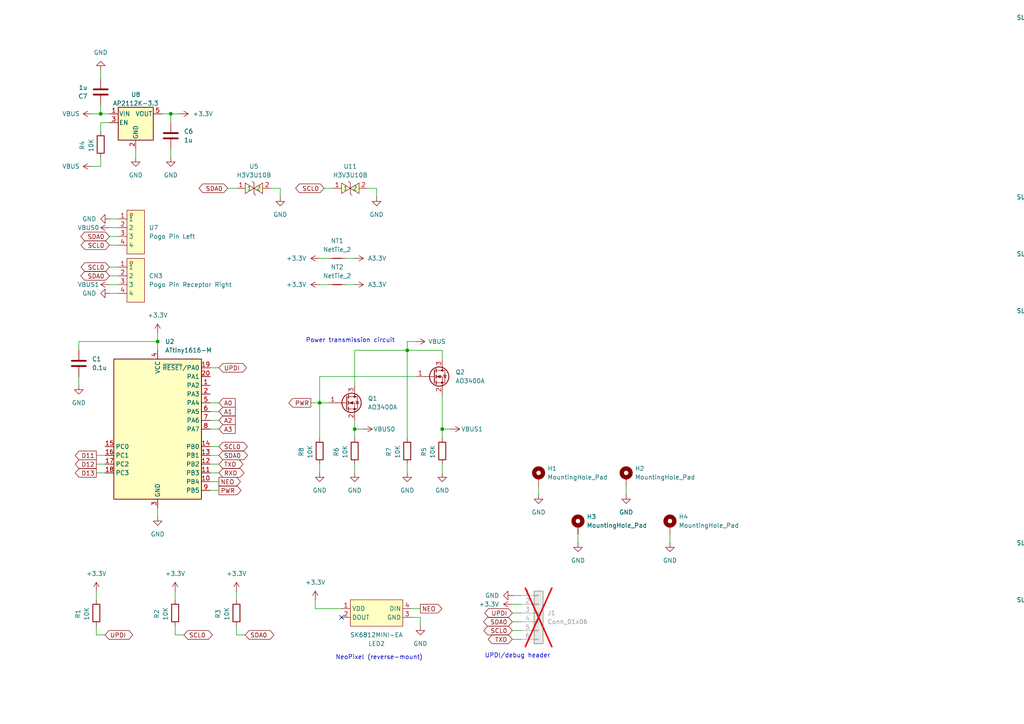
<source format=kicad_sch>
(kicad_sch (version 20250114) (generator "eeschema") (generator_version "9.0")
  (paper "A4")
  (text "Power transmission circuit" (at 101.6 98.806 0) (effects (font (size 1.27 1.27))))
  (text "NeoPixel (reverse-mount)" (at 109.982 190.754 0) (effects (font (size 1.27 1.27))))
  (text "UPDI/debug header\n" (at 150.114 190.246 0) (effects (font (size 1.27 1.27))))
  (junction (at 118.11 101.6))
  (junction (at 337.82 96.52))
  (junction (at 337.82 180.34))
  (junction (at 337.82 257.81))
  (junction (at 337.82 11.43))
  (junction (at 49.53 33.02))
  (junction (at 337.82 93.98))
  (junction (at 337.82 255.27))
  (junction (at 337.82 8.89))
  (junction (at 92.71 116.84))
  (junction (at 337.82 177.8))
  (junction (at 45.72 99.06))
  (junction (at 128.27 124.46))
  (junction (at 102.87 124.46))
  (junction (at 29.21 33.02))
  (no_connect (at 398.78 1.27))
  (no_connect (at 340.36 -6.35))
  (no_connect (at 340.36 247.65))
  (no_connect (at 340.36 162.56))
  (no_connect (at 398.78 170.18))
  (no_connect (at 340.36 170.18))
  (no_connect (at 340.36 86.36))
  (no_connect (at 340.36 1.27))
  (no_connect (at 99.06 179.07))
  (wire (pts (xy 29.21 35.56) (xy 31.75 35.56)))
  (wire (pts (xy 335.28 81.28) (xy 335.28 72.39)))
  (wire (pts (xy 60.96 106.68) (xy 63.5 106.68)))
  (wire (pts (xy 68.58 171.45) (xy 68.58 173.99)))
  (wire (pts (xy 22.86 99.06) (xy 45.72 99.06)))
  (wire (pts (xy 322.58 96.52) (xy 322.58 93.98)))
  (wire (pts (xy 320.04 3.81) (xy 340.36 3.81)))
  (wire (pts (xy 401.32 237.49) (xy 401.32 240.03)))
  (wire (pts (xy 53.34 184.15) (xy 50.8 184.15)))
  (wire (pts (xy 128.27 124.46) (xy 128.27 127)))
  (wire (pts (xy 335.28 233.68) (xy 320.04 233.68)))
  (wire (pts (xy 63.5 129.54) (xy 60.96 129.54)))
  (wire (pts (xy 337.82 245.11) (xy 340.36 245.11)))
  (wire (pts (xy 340.36 91.44) (xy 337.82 91.44)))
  (wire (pts (xy 322.58 77.47) (xy 320.04 77.47)))
  (wire (pts (xy 120.65 109.22) (xy 92.71 109.22)))
  (wire (pts (xy 322.58 219.71) (xy 320.04 219.71)))
  (wire (pts (xy 109.22 57.15) (xy 109.22 54.61)))
  (wire (pts (xy 335.28 -3.81) (xy 335.28 -12.7)))
  (wire (pts (xy 31.75 80.01) (xy 34.29 80.01)))
  (wire (pts (xy 322.58 224.79) (xy 322.58 222.25)))
  (wire (pts (xy 63.5 134.62) (xy 60.96 134.62)))
  (wire (pts (xy 148.59 185.42) (xy 151.13 185.42)))
  (wire (pts (xy 322.58 238.76) (xy 320.04 238.76)))
  (wire (pts (xy 349.25 33.02) (xy 349.25 35.56)))
  (wire (pts (xy 31.75 68.58) (xy 34.29 68.58)))
  (wire (pts (xy 121.92 179.07) (xy 119.38 179.07)))
  (wire (pts (xy 337.82 240.03) (xy 337.82 217.17)))
  (wire (pts (xy 63.5 121.92) (xy 60.96 121.92)))
  (wire (pts (xy 337.82 167.64) (xy 340.36 167.64)))
  (wire (pts (xy 31.75 85.09) (xy 34.29 85.09)))
  (wire (pts (xy 406.4 242.57) (xy 398.78 242.57)))
  (wire (pts (xy 401.32 6.35) (xy 398.78 6.35)))
  (wire (pts (xy 411.48 233.68) (xy 411.48 247.65)))
  (wire (pts (xy 322.58 58.42) (xy 320.04 58.42)))
  (wire (pts (xy 340.36 240.03) (xy 337.82 240.03)))
  (wire (pts (xy 322.58 -10.16) (xy 320.04 -10.16)))
  (wire (pts (xy 102.87 124.46) (xy 102.87 127)))
  (wire (pts (xy 92.71 109.22) (xy 92.71 116.84)))
  (wire (pts (xy 340.36 93.98) (xy 337.82 93.98)))
  (wire (pts (xy 63.5 124.46) (xy 60.96 124.46)))
  (wire (pts (xy 156.21 143.51) (xy 156.21 140.97)))
  (wire (pts (xy 45.72 99.06) (xy 45.72 101.6)))
  (wire (pts (xy 322.58 -5.08) (xy 322.58 -7.62)))
  (wire (pts (xy 421.64 31.75) (xy 421.64 34.29)))
  (wire (pts (xy 349.25 279.4) (xy 349.25 281.94)))
  (wire (pts (xy 91.44 173.99) (xy 91.44 176.53)))
  (wire (pts (xy 337.82 182.88) (xy 337.82 180.34)))
  (wire (pts (xy 406.4 81.28) (xy 398.78 81.28)))
  (wire (pts (xy 421.64 167.64) (xy 424.18 167.64)))
  (wire (pts (xy 401.32 255.27) (xy 398.78 255.27)))
  (wire (pts (xy 337.82 8.89) (xy 337.82 11.43)))
  (wire (pts (xy 424.18 123.19) (xy 406.4 123.19)))
  (wire (pts (xy 68.58 181.61) (xy 68.58 184.15)))
  (wire (pts (xy 421.64 -31.75) (xy 424.18 -31.75)))
  (wire (pts (xy 337.82 6.35) (xy 337.82 8.89)))
  (wire (pts (xy 401.32 78.74) (xy 398.78 78.74)))
  (wire (pts (xy 100.33 74.93) (xy 102.87 74.93)))
  (wire (pts (xy 337.82 78.74) (xy 337.82 55.88)))
  (wire (pts (xy 322.58 158.75) (xy 320.04 158.75)))
  (wire (pts (xy 322.58 93.98) (xy 320.04 93.98)))
  (wire (pts (xy 337.82 260.35) (xy 337.82 257.81)))
  (wire (pts (xy 100.33 82.55) (xy 102.87 82.55)))
  (wire (pts (xy 322.58 60.96) (xy 320.04 60.96)))
  (wire (pts (xy 398.78 3.81) (xy 424.18 3.81)))
  (wire (pts (xy 52.07 33.02) (xy 49.53 33.02)))
  (wire (pts (xy 424.18 -45.72) (xy 406.4 -45.72)))
  (wire (pts (xy 194.31 157.48) (xy 194.31 154.94)))
  (wire (pts (xy 118.11 99.06) (xy 118.11 101.6)))
  (wire (pts (xy 167.64 157.48) (xy 167.64 154.94)))
  (wire (pts (xy 120.65 99.06) (xy 118.11 99.06)))
  (wire (pts (xy 322.58 8.89) (xy 320.04 8.89)))
  (wire (pts (xy 81.28 57.15) (xy 81.28 54.61)))
  (wire (pts (xy 128.27 101.6) (xy 128.27 104.14)))
  (wire (pts (xy 118.11 134.62) (xy 118.11 137.16)))
  (wire (pts (xy 337.82 83.82) (xy 340.36 83.82)))
  (wire (pts (xy 349.25 118.11) (xy 349.25 120.65)))
  (wire (pts (xy 421.64 198.12) (xy 424.18 198.12)))
  (wire (pts (xy 421.64 195.58) (xy 424.18 195.58)))
  (wire (pts (xy 31.75 63.5) (xy 34.29 63.5)))
  (wire (pts (xy 408.94 167.64) (xy 398.78 167.64)))
  (wire (pts (xy 27.94 132.08) (xy 30.48 132.08)))
  (wire (pts (xy 421.64 228.6) (xy 424.18 228.6)))
  (wire (pts (xy 421.64 -50.8) (xy 424.18 -50.8)))
  (wire (pts (xy 148.59 172.72) (xy 151.13 172.72)))
  (wire (pts (xy 401.32 240.03) (xy 398.78 240.03)))
  (wire (pts (xy 340.36 6.35) (xy 337.82 6.35)))
  (wire (pts (xy 92.71 74.93) (xy 95.25 74.93)))
  (wire (pts (xy 398.78 172.72) (xy 424.18 172.72)))
  (wire (pts (xy 340.36 175.26) (xy 337.82 175.26)))
  (wire (pts (xy 337.82 257.81) (xy 340.36 257.81)))
  (wire (pts (xy 49.53 45.72) (xy 49.53 43.18)))
  (wire (pts (xy 337.82 96.52) (xy 340.36 96.52)))
  (wire (pts (xy 322.58 74.93) (xy 320.04 74.93)))
  (wire (pts (xy 92.71 116.84) (xy 92.71 127)))
  (wire (pts (xy 401.32 96.52) (xy 398.78 96.52)))
  (wire (pts (xy 424.18 217.17) (xy 408.94 217.17)))
  (wire (pts (xy 421.64 -3.81) (xy 421.64 -1.27)))
  (wire (pts (xy 401.32 160.02) (xy 401.32 162.56)))
  (wire (pts (xy 337.82 217.17) (xy 320.04 217.17)))
  (wire (pts (xy 421.64 242.57) (xy 421.64 245.11)))
  (wire (pts (xy 322.58 11.43) (xy 322.58 8.89)))
  (wire (pts (xy 421.64 231.14) (xy 424.18 231.14)))
  (wire (pts (xy 408.94 139.7) (xy 408.94 167.64)))
  (wire (pts (xy 102.87 101.6) (xy 118.11 101.6)))
  (wire (pts (xy 320.04 88.9) (xy 340.36 88.9)))
  (wire (pts (xy 349.25 269.24) (xy 349.25 271.78)))
  (wire (pts (xy 92.71 116.84) (xy 95.25 116.84)))
  (wire (pts (xy 31.75 77.47) (xy 34.29 77.47)))
  (wire (pts (xy 109.22 54.61) (xy 106.68 54.61)))
  (wire (pts (xy 421.64 -53.34) (xy 421.64 -50.8)))
  (wire (pts (xy 408.94 83.82) (xy 398.78 83.82)))
  (wire (pts (xy 408.94 -29.21) (xy 408.94 -1.27)))
  (wire (pts (xy 340.36 177.8) (xy 337.82 177.8)))
  (wire (pts (xy 401.32 8.89) (xy 398.78 8.89)))
  (wire (pts (xy 421.64 -48.26) (xy 424.18 -48.26)))
  (wire (pts (xy 322.58 163.83) (xy 322.58 161.29)))
  (wire (pts (xy 401.32 252.73) (xy 398.78 252.73)))
  (wire (pts (xy 29.21 48.26) (xy 29.21 45.72)))
  (wire (pts (xy 421.64 212.09) (xy 424.18 212.09)))
  (wire (pts (xy 335.28 72.39) (xy 320.04 72.39)))
  (wire (pts (xy 411.48 72.39) (xy 411.48 86.36)))
  (wire (pts (xy 322.58 180.34) (xy 322.58 177.8)))
  (wire (pts (xy 322.58 252.73) (xy 320.04 252.73)))
  (wire (pts (xy 421.64 36.83) (xy 424.18 36.83)))
  (wire (pts (xy 349.25 191.77) (xy 349.25 194.31)))
  (wire (pts (xy 406.4 123.19) (xy 406.4 165.1)))
  (wire (pts (xy 148.59 182.88) (xy 151.13 182.88)))
  (wire (pts (xy 337.82 -1.27) (xy 340.36 -1.27)))
  (wire (pts (xy 322.58 177.8) (xy 320.04 177.8)))
  (wire (pts (xy 45.72 96.52) (xy 45.72 99.06)))
  (wire (pts (xy 337.82 11.43) (xy 340.36 11.43)))
  (wire (pts (xy 335.28 -12.7) (xy 320.04 -12.7)))
  (wire (pts (xy 424.18 72.39) (xy 411.48 72.39)))
  (wire (pts (xy 401.32 -8.89) (xy 401.32 -6.35)))
  (wire (pts (xy 27.94 137.16) (xy 30.48 137.16)))
  (wire (pts (xy 401.32 11.43) (xy 398.78 11.43)))
  (wire (pts (xy 421.64 245.11) (xy 424.18 245.11)))
  (wire (pts (xy 421.64 48.26) (xy 421.64 50.8)))
  (wire (pts (xy 424.18 -29.21) (xy 408.94 -29.21)))
  (wire (pts (xy 22.86 99.06) (xy 22.86 101.6)))
  (wire (pts (xy 322.58 91.44) (xy 320.04 91.44)))
  (wire (pts (xy 421.64 115.57) (xy 421.64 118.11)))
  (wire (pts (xy 401.32 177.8) (xy 398.78 177.8)))
  (wire (pts (xy 90.17 116.84) (xy 92.71 116.84)))
  (wire (pts (xy 349.25 22.86) (xy 349.25 25.4)))
  (wire (pts (xy 105.41 124.46) (xy 102.87 124.46)))
  (wire (pts (xy 81.28 54.61) (xy 78.74 54.61)))
  (wire (pts (xy 93.98 54.61) (xy 96.52 54.61)))
  (wire (pts (xy 406.4 -3.81) (xy 398.78 -3.81)))
  (wire (pts (xy 340.36 252.73) (xy 337.82 252.73)))
  (wire (pts (xy 424.18 55.88) (xy 408.94 55.88)))
  (wire (pts (xy 398.78 250.19) (xy 424.18 250.19)))
  (wire (pts (xy 320.04 250.19) (xy 340.36 250.19)))
  (wire (pts (xy 118.11 101.6) (xy 118.11 127)))
  (wire (pts (xy 424.18 139.7) (xy 408.94 139.7)))
  (wire (pts (xy 322.58 241.3) (xy 322.58 238.76)))
  (wire (pts (xy 322.58 63.5) (xy 322.58 60.96)))
  (wire (pts (xy 337.82 55.88) (xy 320.04 55.88)))
  (wire (pts (xy 408.94 55.88) (xy 408.94 83.82)))
  (wire (pts (xy 421.64 -36.83) (xy 421.64 -34.29)))
  (wire (pts (xy 349.25 201.93) (xy 349.25 204.47)))
  (wire (pts (xy 322.58 6.35) (xy 320.04 6.35)))
  (wire (pts (xy 50.8 181.61) (xy 50.8 184.15)))
  (wire (pts (xy 66.04 54.61) (xy 68.58 54.61)))
  (wire (pts (xy 49.53 35.56) (xy 49.53 33.02)))
  (wire (pts (xy 406.4 165.1) (xy 398.78 165.1)))
  (wire (pts (xy 337.82 180.34) (xy 340.36 180.34)))
  (wire (pts (xy 181.61 143.51) (xy 181.61 140.97)))
  (wire (pts (xy 27.94 184.15) (xy 30.48 184.15)))
  (wire (pts (xy 406.4 200.66) (xy 406.4 242.57)))
  (wire (pts (xy 421.64 226.06) (xy 421.64 228.6)))
  (wire (pts (xy 337.82 93.98) (xy 337.82 96.52)))
  (wire (pts (xy 50.8 171.45) (xy 50.8 173.99)))
  (wire (pts (xy 130.81 124.46) (xy 128.27 124.46)))
  (wire (pts (xy 335.28 165.1) (xy 335.28 156.21)))
  (wire (pts (xy 421.64 64.77) (xy 421.64 67.31)))
  (wire (pts (xy 340.36 242.57) (xy 335.28 242.57)))
  (wire (pts (xy 121.92 181.61) (xy 121.92 179.07)))
  (wire (pts (xy 401.32 162.56) (xy 398.78 162.56)))
  (wire (pts (xy 424.18 200.66) (xy 406.4 200.66)))
  (wire (pts (xy 71.12 184.15) (xy 68.58 184.15)))
  (wire (pts (xy 421.64 165.1) (xy 421.64 167.64)))
  (wire (pts (xy 102.87 134.62) (xy 102.87 137.16)))
  (wire (pts (xy 421.64 69.85) (xy 424.18 69.85)))
  (wire (pts (xy 421.64 1.27) (xy 424.18 1.27)))
  (wire (pts (xy 421.64 -34.29) (xy 424.18 -34.29)))
  (wire (pts (xy 421.64 81.28) (xy 421.64 83.82)))
  (wire (pts (xy 408.94 217.17) (xy 408.94 245.11)))
  (wire (pts (xy 401.32 76.2) (xy 401.32 78.74)))
  (wire (pts (xy 335.28 242.57) (xy 335.28 233.68)))
  (wire (pts (xy 63.5 119.38) (xy 60.96 119.38)))
  (wire (pts (xy 322.58 161.29) (xy 320.04 161.29)))
  (wire (pts (xy 322.58 -7.62) (xy 320.04 -7.62)))
  (wire (pts (xy 92.71 134.62) (xy 92.71 137.16)))
  (wire (pts (xy 322.58 236.22) (xy 320.04 236.22)))
  (wire (pts (xy 421.64 67.31) (xy 424.18 67.31)))
  (wire (pts (xy 128.27 134.62) (xy 128.27 137.16)))
  (wire (pts (xy 421.64 137.16) (xy 424.18 137.16)))
  (wire (pts (xy 322.58 222.25) (xy 320.04 222.25)))
  (wire (pts (xy 421.64 50.8) (xy 424.18 50.8)))
  (wire (pts (xy 337.82 175.26) (xy 337.82 177.8)))
  (wire (pts (xy 320.04 172.72) (xy 340.36 172.72)))
  (wire (pts (xy 102.87 111.76) (xy 102.87 101.6)))
  (wire (pts (xy 337.82 13.97) (xy 337.82 11.43)))
  (wire (pts (xy 337.82 255.27) (xy 337.82 257.81)))
  (wire (pts (xy 63.5 137.16) (xy 60.96 137.16)))
  (wire (pts (xy 340.36 255.27) (xy 337.82 255.27)))
  (wire (pts (xy 27.94 181.61) (xy 27.94 184.15)))
  (wire (pts (xy 340.36 81.28) (xy 335.28 81.28)))
  (wire (pts (xy 119.38 176.53) (xy 121.92 176.53)))
  (wire (pts (xy 401.32 175.26) (xy 398.78 175.26)))
  (wire (pts (xy 424.18 39.37) (xy 406.4 39.37)))
  (wire (pts (xy 411.48 247.65) (xy 398.78 247.65)))
  (wire (pts (xy 26.67 48.26) (xy 29.21 48.26)))
  (wire (pts (xy 91.44 176.53) (xy 99.06 176.53)))
  (wire (pts (xy 151.13 177.8) (xy 148.59 177.8)))
  (wire (pts (xy 421.64 209.55) (xy 421.64 212.09)))
  (wire (pts (xy 421.64 120.65) (xy 424.18 120.65)))
  (wire (pts (xy 29.21 35.56) (xy 29.21 38.1)))
  (wire (pts (xy 92.71 82.55) (xy 95.25 82.55)))
  (wire (pts (xy 148.59 180.34) (xy 151.13 180.34)))
  (wire (pts (xy 322.58 255.27) (xy 320.04 255.27)))
  (wire (pts (xy 421.64 53.34) (xy 424.18 53.34)))
  (wire (pts (xy 421.64 170.18) (xy 424.18 170.18)))
  (wire (pts (xy 27.94 171.45) (xy 27.94 173.99)))
  (wire (pts (xy 63.5 116.84) (xy 60.96 116.84)))
  (wire (pts (xy 118.11 101.6) (xy 128.27 101.6)))
  (wire (pts (xy 45.72 147.32) (xy 45.72 149.86)))
  (wire (pts (xy 322.58 80.01) (xy 322.58 77.47)))
  (wire (pts (xy 408.94 245.11) (xy 398.78 245.11)))
  (wire (pts (xy 401.32 91.44) (xy 398.78 91.44)))
  (wire (pts (xy 401.32 257.81) (xy 398.78 257.81)))
  (wire (pts (xy 340.36 8.89) (xy 337.82 8.89)))
  (wire (pts (xy 337.82 177.8) (xy 337.82 180.34)))
  (wire (pts (xy 421.64 83.82) (xy 424.18 83.82)))
  (wire (pts (xy 421.64 -1.27) (xy 424.18 -1.27)))
  (wire (pts (xy 406.4 39.37) (xy 406.4 81.28)))
  (wire (pts (xy 63.5 142.24) (xy 60.96 142.24)))
  (wire (pts (xy 421.64 132.08) (xy 421.64 134.62)))
  (wire (pts (xy 322.58 175.26) (xy 320.04 175.26)))
  (wire (pts (xy 63.5 139.7) (xy 60.96 139.7)))
  (wire (pts (xy 421.64 34.29) (xy 424.18 34.29)))
  (wire (pts (xy 411.48 86.36) (xy 398.78 86.36)))
  (wire (pts (xy 128.27 124.46) (xy 128.27 114.3)))
  (wire (pts (xy 102.87 121.92) (xy 102.87 124.46)))
  (wire (pts (xy 421.64 134.62) (xy 424.18 134.62)))
  (wire (pts (xy 421.64 214.63) (xy 424.18 214.63)))
  (wire (pts (xy 421.64 118.11) (xy 424.18 118.11)))
  (wire (pts (xy 401.32 180.34) (xy 398.78 180.34)))
  (wire (pts (xy 340.36 165.1) (xy 335.28 165.1)))
  (wire (pts (xy 29.21 33.02) (xy 31.75 33.02)))
  (wire (pts (xy 337.82 252.73) (xy 337.82 255.27)))
  (wire (pts (xy 27.94 134.62) (xy 30.48 134.62)))
  (wire (pts (xy 337.82 99.06) (xy 337.82 96.52)))
  (wire (pts (xy 148.59 175.26) (xy 151.13 175.26)))
  (wire (pts (xy 31.75 71.12) (xy 34.29 71.12)))
  (wire (pts (xy 322.58 257.81) (xy 322.58 255.27)))
  (wire (pts (xy 39.37 45.72) (xy 39.37 43.18)))
  (wire (pts (xy 31.75 82.55) (xy 34.29 82.55)))
  (wire (pts (xy 401.32 93.98) (xy 398.78 93.98)))
  (wire (pts (xy 340.36 78.74) (xy 337.82 78.74)))
  (wire (pts (xy 49.53 33.02) (xy 46.99 33.02)))
  (wire (pts (xy 31.75 66.04) (xy 34.29 66.04)))
  (wire (pts (xy 29.21 30.48) (xy 29.21 33.02)))
  (wire (pts (xy 421.64 247.65) (xy 424.18 247.65)))
  (wire (pts (xy 335.28 156.21) (xy 320.04 156.21)))
  (wire (pts (xy 22.86 109.22) (xy 22.86 111.76)))
  (wire (pts (xy 63.5 132.08) (xy 60.96 132.08)))
  (wire (pts (xy 398.78 88.9) (xy 424.18 88.9)))
  (wire (pts (xy 408.94 -1.27) (xy 398.78 -1.27)))
  (wire (pts (xy 29.21 20.32) (xy 29.21 22.86)))
  (wire (pts (xy 421.64 86.36) (xy 424.18 86.36)))
  (wire (pts (xy 424.18 233.68) (xy 411.48 233.68)))
  (wire (pts (xy 337.82 91.44) (xy 337.82 93.98)))
  (wire (pts (xy 401.32 -6.35) (xy 398.78 -6.35)))
  (wire (pts (xy 406.4 -45.72) (xy 406.4 -3.81)))
  (wire (pts (xy 349.25 107.95) (xy 349.25 110.49)))
  (wire (pts (xy 340.36 -3.81) (xy 335.28 -3.81)))
  (wire (pts (xy 26.67 33.02) (xy 29.21 33.02)))
  (wire (pts (xy 421.64 193.04) (xy 421.64 195.58)))
  (global_label "SCL0" (shape bidirectional) (at 31.75 71.12 180) (property "Intersheetrefs" "${INTERSHEET_REFS}" (effects (hide yes))))
  (global_label "UPDI" (shape bidirectional) (at 63.5 106.68 0) (property "Intersheetrefs" "${INTERSHEET_REFS}" (effects (hide yes))))
  (global_label "NEO" (shape output) (at 63.5 139.7 0) (property "Intersheetrefs" "${INTERSHEET_REFS}" (effects (hide yes))))
  (global_label "SDA0" (shape bidirectional) (at 66.04 54.61 180) (property "Intersheetrefs" "${INTERSHEET_REFS}" (effects (hide yes))))
  (global_label "A0" (shape input) (at 337.82 -1.27 180) (property "Intersheetrefs" "${INTERSHEET_REFS}" (effects (hide yes))))
  (global_label "A1" (shape input) (at 337.82 83.82 180) (property "Intersheetrefs" "${INTERSHEET_REFS}" (effects (hide yes))))
  (global_label "D11" (shape output) (at 401.32 252.73 0) (property "Intersheetrefs" "${INTERSHEET_REFS}" (effects (hide yes))))
  (global_label "SDA0" (shape bidirectional) (at 63.5 132.08 0) (property "Intersheetrefs" "${INTERSHEET_REFS}" (effects (hide yes))))
  (global_label "SCL0" (shape bidirectional) (at 53.34 184.15 0) (property "Intersheetrefs" "${INTERSHEET_REFS}" (effects (hide yes))))
  (global_label "D12" (shape output) (at 401.32 255.27 0) (property "Intersheetrefs" "${INTERSHEET_REFS}" (effects (hide yes))))
  (global_label "D12" (shape output) (at 401.32 8.89 0) (property "Intersheetrefs" "${INTERSHEET_REFS}" (effects (hide yes))))
  (global_label "SCL0" (shape bidirectional) (at 63.5 129.54 0) (property "Intersheetrefs" "${INTERSHEET_REFS}" (effects (hide yes))))
  (global_label "SDA0" (shape bidirectional) (at 31.75 68.58 180) (property "Intersheetrefs" "${INTERSHEET_REFS}" (effects (hide yes))))
  (global_label "A2" (shape input) (at 337.82 167.64 180) (property "Intersheetrefs" "${INTERSHEET_REFS}" (effects (hide yes))))
  (global_label "D13" (shape output) (at 401.32 11.43 0) (property "Intersheetrefs" "${INTERSHEET_REFS}" (effects (hide yes))))
  (global_label "D11" (shape output) (at 27.94 132.08 180) (property "Intersheetrefs" "${INTERSHEET_REFS}" (effects (hide yes))))
  (global_label "D13" (shape output) (at 401.32 96.52 0) (property "Intersheetrefs" "${INTERSHEET_REFS}" (effects (hide yes))))
  (global_label "SCL0" (shape bidirectional) (at 93.98 54.61 180) (property "Intersheetrefs" "${INTERSHEET_REFS}" (effects (hide yes))))
  (global_label "A1" (shape input) (at 63.5 119.38 0) (property "Intersheetrefs" "${INTERSHEET_REFS}" (effects (hide yes))))
  (global_label "PWR" (shape output) (at 90.17 116.84 180) (property "Intersheetrefs" "${INTERSHEET_REFS}" (effects (hide yes))))
  (global_label "D13" (shape output) (at 401.32 180.34 0) (property "Intersheetrefs" "${INTERSHEET_REFS}" (effects (hide yes))))
  (global_label "D13" (shape output) (at 401.32 257.81 0) (property "Intersheetrefs" "${INTERSHEET_REFS}" (effects (hide yes))))
  (global_label "UPDI" (shape bidirectional) (at 30.48 184.15 0) (property "Intersheetrefs" "${INTERSHEET_REFS}" (effects (hide yes))))
  (global_label "D11" (shape output) (at 401.32 91.44 0) (property "Intersheetrefs" "${INTERSHEET_REFS}" (effects (hide yes))))
  (global_label "RXD" (shape bidirectional) (at 63.5 137.16 0) (property "Intersheetrefs" "${INTERSHEET_REFS}" (effects (hide yes))))
  (global_label "UPDI" (shape bidirectional) (at 148.59 177.8 180) (property "Intersheetrefs" "${INTERSHEET_REFS}" (effects (hide yes))))
  (global_label "SCL0" (shape bidirectional) (at 148.59 182.88 180) (property "Intersheetrefs" "${INTERSHEET_REFS}" (effects (hide yes))))
  (global_label "D13" (shape output) (at 27.94 137.16 180) (property "Intersheetrefs" "${INTERSHEET_REFS}" (effects (hide yes))))
  (global_label "D12" (shape output) (at 401.32 177.8 0) (property "Intersheetrefs" "${INTERSHEET_REFS}" (effects (hide yes))))
  (global_label "SDA0" (shape bidirectional) (at 148.59 180.34 180) (property "Intersheetrefs" "${INTERSHEET_REFS}" (effects (hide yes))))
  (global_label "NEO" (shape output) (at 121.92 176.53 0) (property "Intersheetrefs" "${INTERSHEET_REFS}" (effects (hide yes))))
  (global_label "D12" (shape output) (at 401.32 93.98 0) (property "Intersheetrefs" "${INTERSHEET_REFS}" (effects (hide yes))))
  (global_label "A3" (shape input) (at 337.82 245.11 180) (property "Intersheetrefs" "${INTERSHEET_REFS}" (effects (hide yes))))
  (global_label "SDA0" (shape bidirectional) (at 71.12 184.15 0) (property "Intersheetrefs" "${INTERSHEET_REFS}" (effects (hide yes))))
  (global_label "D11" (shape output) (at 401.32 6.35 0) (property "Intersheetrefs" "${INTERSHEET_REFS}" (effects (hide yes))))
  (global_label "TXD" (shape bidirectional) (at 148.59 185.42 180) (property "Intersheetrefs" "${INTERSHEET_REFS}" (effects (hide yes))))
  (global_label "TXD" (shape bidirectional) (at 63.5 134.62 0) (property "Intersheetrefs" "${INTERSHEET_REFS}" (effects (hide yes))))
  (global_label "SDA0" (shape bidirectional) (at 31.75 80.01 180) (property "Intersheetrefs" "${INTERSHEET_REFS}" (effects (hide yes))))
  (global_label "D12" (shape output) (at 27.94 134.62 180) (property "Intersheetrefs" "${INTERSHEET_REFS}" (effects (hide yes))))
  (global_label "SCL0" (shape bidirectional) (at 31.75 77.47 180) (property "Intersheetrefs" "${INTERSHEET_REFS}" (effects (hide yes))))
  (global_label "A0" (shape input) (at 63.5 116.84 0) (property "Intersheetrefs" "${INTERSHEET_REFS}" (effects (hide yes))))
  (global_label "D11" (shape output) (at 401.32 175.26 0) (property "Intersheetrefs" "${INTERSHEET_REFS}" (effects (hide yes))))
  (global_label "PWR" (shape output) (at 63.5 142.24 0) (property "Intersheetrefs" "${INTERSHEET_REFS}" (effects (hide yes))))
  (global_label "A3" (shape input) (at 63.5 124.46 0) (property "Intersheetrefs" "${INTERSHEET_REFS}" (effects (hide yes))))
  (global_label "A2" (shape input) (at 63.5 121.92 0) (property "Intersheetrefs" "${INTERSHEET_REFS}" (effects (hide yes))))
  (symbol (lib_id "easyeda2kicad:SLSS49E-3") (at 431.8 247.65 0) (unit 1)
    (property "Reference" "U33" (at 438.15 246.3799 0) (effects (justify left)))
    (property "Value" "SLSS49E-3" (at 438.15 248.9199 0) (effects (justify left)))
    (property "Footprint" "samparts:SLSS49E_Hall_Switch_MX" (effects (hide yes)))
    (property "LCSC Part" "C2904393" (effects (hide yes)))
  )
  (symbol (lib_id "power:GND") (at 109.22 57.15 0) (mirror y) (unit 1)
    (property "Reference" "#PWR099" (effects (hide yes)))
    (property "Value" "GND" (at 109.22 62.23 0))
    (property "Description" "Power symbol creates a global label with name \"GND\" , ground" (effects (hide yes)))
  )
  (symbol (lib_id "Device:R") (at 29.21 41.91 0) (unit 1)
    (property "Reference" "R4" (at 23.876 42.164 90))
    (property "Value" "10K" (at 26.416 42.164 90))
    (property "Footprint" "Resistor_SMD:R_0402_1005Metric" (effects (hide yes)))
    (property "Description" "Resistor" (effects (hide yes)))
  )
  (symbol (lib_id "power:+3.3V") (at 322.58 -5.08 180) (unit 1)
    (property "Reference" "#PWR030" (effects (hide yes)))
    (property "Value" "A3.3V" (at 322.58 -1.27 0))
    (property "Description" "Power symbol creates a global label with name \"+3.3V\"" (effects (hide yes)))
  )
  (symbol (lib_id "Device:R") (at 118.11 130.81 0) (unit 1)
    (property "Reference" "R7" (at 112.776 131.064 90))
    (property "Value" "10K" (at 115.316 131.064 90))
    (property "Footprint" "Resistor_SMD:R_0402_1005Metric" (effects (hide yes)))
    (property "Description" "Resistor" (effects (hide yes)))
  )
  (symbol (lib_id "power:+3.3V") (at 421.64 -53.34 0) (unit 1)
    (property "Reference" "#PWR019" (effects (hide yes)))
    (property "Value" "A3.3V" (at 421.64 -57.15 0))
    (property "Description" "Power symbol creates a global label with name \"+3.3V\"" (effects (hide yes)))
  )
  (symbol (lib_id "easyeda2kicad:YZ165615055F-04025-01") (at 39.37 67.31 0) (unit 1)
    (property "Reference" "U7" (at 43.18 66.0399 0) (effects (justify left)))
    (property "Value" "Pogo Pin Left" (at 43.18 68.5799 0) (effects (justify left)))
    (property "Footprint" "easyeda2kicad:CONN-SMD_4P-L11.0-W5.5-P2.50_YZ165615055F-04025-01" (effects (hide yes)))
    (property "LCSC Part" "C5296819" (effects (hide yes)))
  )
  (symbol (lib_id "power:GND") (at 337.82 260.35 0) (unit 1)
    (property "Reference" "#PWR085" (effects (hide yes)))
    (property "Value" "GND" (at 337.82 265.43 0))
    (property "Description" "Power symbol creates a global label with name \"GND\" , ground" (effects (hide yes)))
  )
  (symbol (lib_id "easyeda2kicad:SK6812MINI-EA") (at 109.22 177.8 0) (mirror x) (unit 1)
    (property "Reference" "LED2" (at 109.22 186.69 0))
    (property "Value" "SK6812MINI-EA" (at 109.22 184.15 0))
    (property "Footprint" "easyeda2kicad:LED-SMD_4P-L3.2-W2.8_SK6812MINI-EA" (effects (hide yes)))
    (property "LCSC Part" "C5378731" (effects (hide yes)))
  )
  (symbol (lib_id "power:GND") (at 322.58 91.44 90) (unit 1)
    (property "Reference" "#PWR047" (effects (hide yes)))
    (property "Value" "GND" (at 326.39 91.4401 90) (effects (justify right)))
    (property "Description" "Power symbol creates a global label with name \"GND\" , ground" (effects (hide yes)))
  )
  (symbol (lib_id "easyeda2kicad:SLSS49E-3") (at 431.8 231.14 0) (unit 1)
    (property "Reference" "U31" (at 438.15 229.8699 0) (effects (justify left)))
    (property "Value" "SLSS49E-3" (at 438.15 232.4099 0) (effects (justify left)))
    (property "Footprint" "samparts:SLSS49E_Hall_Switch_MX" (effects (hide yes)))
    (property "LCSC Part" "C2904393" (effects (hide yes)))
  )
  (symbol (lib_id "power:GND") (at 45.72 149.86 0) (unit 1)
    (property "Reference" "#PWR05" (effects (hide yes)))
    (property "Value" "GND" (at 45.72 154.94 0))
    (property "Description" "Power symbol creates a global label with name \"GND\" , ground" (effects (hide yes)))
  )
  (symbol (lib_id "power:+3.3V") (at 401.32 76.2 0) (unit 1)
    (property "Reference" "#PWR043" (effects (hide yes)))
    (property "Value" "A3.3V" (at 401.32 71.12 0))
    (property "Description" "Power symbol creates a global label with name \"+3.3V\"" (effects (hide yes)))
  )
  (symbol (lib_id "power:GND") (at 421.64 247.65 270) (unit 1)
    (property "Reference" "#PWR082" (effects (hide yes)))
    (property "Value" "GND" (at 417.83 247.6499 90) (effects (justify right)))
    (property "Description" "Power symbol creates a global label with name \"GND\" , ground" (effects (hide yes)))
  )
  (symbol (lib_id "Device:C") (at 49.53 39.37 0) (unit 1)
    (property "Reference" "C6" (at 53.34 38.0999 0) (effects (justify left)))
    (property "Value" "1u" (at 53.34 40.6399 0) (effects (justify left)))
    (property "Footprint" "Capacitor_SMD:C_0402_1005Metric" (effects (hide yes)))
    (property "Description" "Unpolarized capacitor" (effects (hide yes)))
  )
  (symbol (lib_id "power:VBUS") (at 26.67 33.02 90) (unit 1)
    (property "Reference" "#PWR090" (effects (hide yes)))
    (property "Value" "VBUS" (at 20.574 33.02 90))
    (property "Description" "Power symbol creates a global label with name \"VBUS\"" (effects (hide yes)))
  )
  (symbol (lib_id "power:+3.3V") (at 421.64 48.26 0) (unit 1)
    (property "Reference" "#PWR036" (effects (hide yes)))
    (property "Value" "A3.3V" (at 421.64 44.45 0))
    (property "Description" "Power symbol creates a global label with name \"+3.3V\"" (effects (hide yes)))
  )
  (symbol (lib_id "power:+3.3V") (at 68.58 171.45 0) (unit 1)
    (property "Reference" "#PWR010" (effects (hide yes)))
    (property "Value" "+3.3V" (at 68.58 166.37 0))
    (property "Description" "Power symbol creates a global label with name \"+3.3V\"" (effects (hide yes)))
  )
  (symbol (lib_id "Device:C") (at 349.25 29.21 0) (unit 1)
    (property "Reference" "C2" (at 353.06 27.9399 0) (effects (justify left)))
    (property "Value" "0.1u" (at 353.06 30.4799 0) (effects (justify left)))
    (property "Footprint" "Capacitor_SMD:C_0402_1005Metric" (effects (hide yes)))
    (property "Description" "Unpolarized capacitor" (effects (hide yes)))
  )
  (symbol (lib_id "power:+3.3V") (at 92.71 82.55 90) (unit 1)
    (property "Reference" "#PWR092" (effects (hide yes)))
    (property "Value" "+3.3V" (at 88.9 82.5499 90) (effects (justify left)))
    (property "Description" "Power symbol creates a global label with name \"+3.3V\"" (effects (hide yes)))
  )
  (symbol (lib_id "power:GND") (at 322.58 175.26 90) (unit 1)
    (property "Reference" "#PWR065" (effects (hide yes)))
    (property "Value" "GND" (at 326.39 175.2601 90) (effects (justify right)))
    (property "Description" "Power symbol creates a global label with name \"GND\" , ground" (effects (hide yes)))
  )
  (symbol (lib_id "power:GND") (at 421.64 214.63 270) (unit 1)
    (property "Reference" "#PWR073" (effects (hide yes)))
    (property "Value" "GND" (at 417.83 214.6299 90) (effects (justify right)))
    (property "Description" "Power symbol creates a global label with name \"GND\" , ground" (effects (hide yes)))
  )
  (symbol (lib_id "power:GND") (at 92.71 137.16 0) (unit 1)
    (property "Reference" "#PWR058" (effects (hide yes)))
    (property "Value" "GND" (at 92.71 142.24 0))
    (property "Description" "Power symbol creates a global label with name \"GND\" , ground" (effects (hide yes)))
  )
  (symbol (lib_id "power:+3.3V") (at 50.8 171.45 0) (unit 1)
    (property "Reference" "#PWR09" (effects (hide yes)))
    (property "Value" "+3.3V" (at 50.8 166.37 0))
    (property "Description" "Power symbol creates a global label with name \"+3.3V\"" (effects (hide yes)))
  )
  (symbol (lib_id "Transistor_FET:AO3400A") (at 125.73 109.22 0) (unit 1)
    (property "Reference" "Q2" (at 132.08 107.9499 0) (effects (justify left)))
    (property "Value" "AO3400A" (at 132.08 110.4899 0) (effects (justify left)))
    (property "Footprint" "Package_TO_SOT_SMD:SOT-23" (effects (hide yes)))
    (property "Datasheet" "http://www.aosmd.com/pdfs/datasheet/AO3400A.pdf" (effects (hide yes)))
    (property "Description" "30V Vds, 5.7A Id, N-Channel MOSFET, SOT-23" (effects (hide yes)))
  )
  (symbol (lib_id "easyeda2kicad:SLSS49E-3") (at 431.8 214.63 0) (unit 1)
    (property "Reference" "U29" (at 438.15 213.3599 0) (effects (justify left)))
    (property "Value" "SLSS49E-3" (at 438.15 215.8999 0) (effects (justify left)))
    (property "Footprint" "samparts:SLSS49E_Hall_Switch_MX" (effects (hide yes)))
    (property "LCSC Part" "C2904393" (effects (hide yes)))
  )
  (symbol (lib_id "easyeda2kicad:SLSS49E-3") (at 431.8 86.36 0) (unit 1)
    (property "Reference" "U17" (at 438.15 85.0899 0) (effects (justify left)))
    (property "Value" "SLSS49E-3" (at 438.15 87.6299 0) (effects (justify left)))
    (property "Footprint" "samparts:SLSS49E_Hall_Switch_MX" (effects (hide yes)))
    (property "LCSC Part" "C2904393" (effects (hide yes)))
  )
  (symbol (lib_id "power:+3.3V") (at 401.32 160.02 0) (unit 1)
    (property "Reference" "#PWR061" (effects (hide yes)))
    (property "Value" "A3.3V" (at 401.32 154.94 0))
    (property "Description" "Power symbol creates a global label with name \"+3.3V\"" (effects (hide yes)))
  )
  (symbol (lib_id "easyeda2kicad:SLSS49E-3") (at 431.8 -48.26 0) (unit 1)
    (property "Reference" "U1" (at 438.15 -49.5301 0) (effects (justify left)))
    (property "Value" "SLSS49E-3" (at 438.15 -46.9901 0) (effects (justify left)))
    (property "Footprint" "samparts:SLSS49E_Hall_Switch_MX" (effects (hide yes)))
    (property "LCSC Part" "C2904393" (effects (hide yes)))
  )
  (symbol (lib_id "easyeda2kicad:SLSS49E-3") (at 312.42 175.26 180) (unit 1)
    (property "Reference" "U27" (at 306.07 176.5301 0) (effects (justify left)))
    (property "Value" "SLSS49E-3" (at 306.07 173.9901 0) (effects (justify left)))
    (property "Footprint" "samparts:SLSS49E_Hall_Switch_MX" (effects (hide yes)))
    (property "LCSC Part" "C2904393" (effects (hide yes)))
  )
  (symbol (lib_id "easyeda2kicad:SLSS49E-3") (at 312.42 6.35 180) (unit 1)
    (property "Reference" "U9" (at 306.07 7.6201 0) (effects (justify left)))
    (property "Value" "SLSS49E-3" (at 306.07 5.0801 0) (effects (justify left)))
    (property "Footprint" "samparts:SLSS49E_Hall_Switch_MX" (effects (hide yes)))
    (property "LCSC Part" "C2904393" (effects (hide yes)))
  )
  (symbol (lib_id "power:+3.3V") (at 322.58 80.01 180) (unit 1)
    (property "Reference" "#PWR044" (effects (hide yes)))
    (property "Value" "A3.3V" (at 322.58 83.82 0))
    (property "Description" "Power symbol creates a global label with name \"+3.3V\"" (effects (hide yes)))
  )
  (symbol (lib_id "Mechanical:MountingHole_Pad") (at 181.61 138.43 0) (unit 1) (in_bom no)
    (property "Reference" "H2" (at 184.15 135.8899 0) (effects (justify left)))
    (property "Value" "MountingHole_Pad" (at 184.15 138.4299 0) (effects (justify left)))
    (property "Footprint" "MountingHole:MountingHole_2.7mm_M2.5_DIN965_Pad_TopBottom" (effects (hide yes)))
    (property "Description" "Mounting Hole with connection" (effects (hide yes)))
  )
  (symbol (lib_id "power:GND") (at 421.64 69.85 270) (unit 1)
    (property "Reference" "#PWR041" (effects (hide yes)))
    (property "Value" "GND" (at 417.83 69.8499 90) (effects (justify right)))
    (property "Description" "Power symbol creates a global label with name \"GND\" , ground" (effects (hide yes)))
  )
  (symbol (lib_id "power:GND") (at 322.58 58.42 90) (unit 1)
    (property "Reference" "#PWR038" (effects (hide yes)))
    (property "Value" "GND" (at 326.39 58.4201 90) (effects (justify right)))
    (property "Description" "Power symbol creates a global label with name \"GND\" , ground" (effects (hide yes)))
  )
  (symbol (lib_id "easyeda2kicad:SLSS49E-3") (at 431.8 137.16 0) (unit 1)
    (property "Reference" "U21" (at 438.15 135.8899 0) (effects (justify left)))
    (property "Value" "SLSS49E-3" (at 438.15 138.4299 0) (effects (justify left)))
    (property "Footprint" "samparts:SLSS49E_Hall_Switch_MX" (effects (hide yes)))
    (property "LCSC Part" "C2904393" (effects (hide yes)))
  )
  (symbol (lib_id "power:VBUS") (at 130.81 124.46 270) (unit 1)
    (property "Reference" "#PWR032" (effects (hide yes)))
    (property "Value" "VBUS1" (at 136.906 124.46 90))
    (property "Description" "Power symbol creates a global label with name \"VBUS\"" (effects (hide yes)))
  )
  (symbol (lib_id "power:GND") (at 421.64 -48.26 270) (unit 1)
    (property "Reference" "#PWR020" (effects (hide yes)))
    (property "Value" "GND" (at 417.83 -48.2601 90) (effects (justify right)))
    (property "Description" "Power symbol creates a global label with name \"GND\" , ground" (effects (hide yes)))
  )
  (symbol (lib_id "power:+3.3V") (at 421.64 -3.81 0) (unit 1)
    (property "Reference" "#PWR026" (effects (hide yes)))
    (property "Value" "A3.3V" (at 421.64 -7.62 0))
    (property "Description" "Power symbol creates a global label with name \"+3.3V\"" (effects (hide yes)))
  )
  (symbol (lib_id "Device:NetTie_2") (at 97.79 74.93 0) (unit 1) (in_bom no)
    (property "Reference" "NT1" (at 97.79 69.85 0))
    (property "Value" "NetTie_2" (at 97.79 72.39 0))
    (property "Footprint" "NetTie:NetTie-2_SMD_Pad0.5mm" (effects (hide yes)))
    (property "Description" "Net tie, 2 pins" (effects (hide yes)))
  )
  (symbol (lib_id "power:GND") (at 181.61 143.51 0) (unit 1)
    (property "Reference" "#PWR095" (effects (hide yes)))
    (property "Value" "GND" (at 181.61 148.59 0))
    (property "Description" "Power symbol creates a global label with name \"GND\" , ground" (effects (hide yes)))
  )
  (symbol (lib_id "power:GND") (at 421.64 137.16 270) (unit 1)
    (property "Reference" "#PWR055" (effects (hide yes)))
    (property "Value" "GND" (at 417.83 137.1599 90) (effects (justify right)))
    (property "Description" "Power symbol creates a global label with name \"GND\" , ground" (effects (hide yes)))
  )
  (symbol (lib_id "power:GND") (at 121.92 181.61 0) (unit 1)
    (property "Reference" "#PWR011" (effects (hide yes)))
    (property "Value" "GND" (at 121.92 186.69 0))
    (property "Description" "Power symbol creates a global label with name \"GND\" , ground" (effects (hide yes)))
  )
  (symbol (lib_id "power:VBUS") (at 31.75 82.55 90) (unit 1)
    (property "Reference" "#PWR04" (effects (hide yes)))
    (property "Value" "VBUS1" (at 25.654 82.55 90))
    (property "Description" "Power symbol creates a global label with name \"VBUS\"" (effects (hide yes)))
  )
  (symbol (lib_id "Device:R") (at 50.8 177.8 0) (unit 1)
    (property "Reference" "R2" (at 45.466 178.054 90))
    (property "Value" "10K" (at 48.006 178.054 90))
    (property "Footprint" "Resistor_SMD:R_0402_1005Metric" (effects (hide yes)))
    (property "Description" "Resistor" (effects (hide yes)))
  )
  (symbol (lib_id "power:+3.3V") (at 322.58 96.52 180) (unit 1)
    (property "Reference" "#PWR048" (effects (hide yes)))
    (property "Value" "A3.3V" (at 322.58 100.33 0))
    (property "Description" "Power symbol creates a global label with name \"+3.3V\"" (effects (hide yes)))
  )
  (symbol (lib_id "power:GND") (at 349.25 281.94 0) (unit 1)
    (property "Reference" "#PWR087" (effects (hide yes)))
    (property "Value" "GND" (at 349.25 287.02 0))
    (property "Description" "Power symbol creates a global label with name \"GND\" , ground" (effects (hide yes)))
  )
  (symbol (lib_id "power:GND") (at 421.64 86.36 270) (unit 1)
    (property "Reference" "#PWR046" (effects (hide yes)))
    (property "Value" "GND" (at 417.83 86.3599 90) (effects (justify right)))
    (property "Description" "Power symbol creates a global label with name \"GND\" , ground" (effects (hide yes)))
  )
  (symbol (lib_id "power:+3.3V") (at 421.64 132.08 0) (unit 1)
    (property "Reference" "#PWR054" (effects (hide yes)))
    (property "Value" "A3.3V" (at 421.64 128.27 0))
    (property "Description" "Power symbol creates a global label with name \"+3.3V\"" (effects (hide yes)))
  )
  (symbol (lib_id "power:+3.3V") (at 322.58 11.43 180) (unit 1)
    (property "Reference" "#PWR028" (effects (hide yes)))
    (property "Value" "A3.3V" (at 322.58 15.24 0))
    (property "Description" "Power symbol creates a global label with name \"+3.3V\"" (effects (hide yes)))
  )
  (symbol (lib_id "easyeda2kicad:H3V3U10B") (at 73.66 54.61 0) (unit 1)
    (property "Reference" "U5" (at 73.66 48.26 0))
    (property "Value" "H3V3U10B" (at 73.66 50.8 0))
    (property "Footprint" "easyeda2kicad:DFN1006-2L-BI" (effects (hide yes)))
    (property "LCSC Part" "C20615782" (effects (hide yes)))
  )
  (symbol (lib_id "power:GND") (at 421.64 36.83 270) (unit 1)
    (property "Reference" "#PWR035" (effects (hide yes)))
    (property "Value" "GND" (at 417.83 36.8299 90) (effects (justify right)))
    (property "Description" "Power symbol creates a global label with name \"GND\" , ground" (effects (hide yes)))
  )
  (symbol (lib_id "easyeda2kicad:SLSS49E-3") (at 431.8 69.85 0) (unit 1)
    (property "Reference" "U15" (at 438.15 68.5799 0) (effects (justify left)))
    (property "Value" "SLSS49E-3" (at 438.15 71.1199 0) (effects (justify left)))
    (property "Footprint" "samparts:SLSS49E_Hall_Switch_MX" (effects (hide yes)))
    (property "LCSC Part" "C2904393" (effects (hide yes)))
  )
  (symbol (lib_id "power:GND") (at 156.21 143.51 0) (unit 1)
    (property "Reference" "#PWR094" (effects (hide yes)))
    (property "Value" "GND" (at 156.21 148.59 0))
    (property "Description" "Power symbol creates a global label with name \"GND\" , ground" (effects (hide yes)))
  )
  (symbol (lib_id "power:+3.3V") (at 421.64 242.57 0) (unit 1)
    (property "Reference" "#PWR081" (effects (hide yes)))
    (property "Value" "A3.3V" (at 421.64 238.76 0))
    (property "Description" "Power symbol creates a global label with name \"+3.3V\"" (effects (hide yes)))
  )
  (symbol (lib_id "easyeda2kicad:CD4051BM96") (at 369.57 2.54 0) (unit 1)
    (property "Reference" "U3" (at 369.57 -13.97 0))
    (property "Value" "CD4051BM96" (at 369.57 -11.43 0))
    (property "Footprint" "easyeda2kicad:SOIC-16_L9.9-W3.9-P1.27-LS6.0-BL" (effects (hide yes)))
    (property "Datasheet" "https://lcsc.com/product-detail/4000-Series_TI_CD4051BM96_CD4051BM96_C21379.html" (effects (hide yes)))
    (property "LCSC Part" "C21379" (effects (hide yes)))
  )
  (symbol (lib_id "easyeda2kicad:SLSS49E-3") (at 431.8 1.27 0) (unit 1)
    (property "Reference" "U6" (at 438.15 -0.0001 0) (effects (justify left)))
    (property "Value" "SLSS49E-3" (at 438.15 2.5399 0) (effects (justify left)))
    (property "Footprint" "samparts:SLSS49E_Hall_Switch_MX" (effects (hide yes)))
    (property "LCSC Part" "C2904393" (effects (hide yes)))
  )
  (symbol (lib_id "Device:R") (at 92.71 130.81 0) (unit 1)
    (property "Reference" "R8" (at 87.376 131.064 90))
    (property "Value" "10K" (at 89.916 131.064 90))
    (property "Footprint" "Resistor_SMD:R_0402_1005Metric" (effects (hide yes)))
    (property "Description" "Resistor" (effects (hide yes)))
  )
  (symbol (lib_id "power:GND") (at 421.64 -31.75 270) (unit 1)
    (property "Reference" "#PWR022" (effects (hide yes)))
    (property "Value" "GND" (at 417.83 -31.7501 90) (effects (justify right)))
    (property "Description" "Power symbol creates a global label with name \"GND\" , ground" (effects (hide yes)))
  )
  (symbol (lib_id "Device:R") (at 102.87 130.81 0) (unit 1)
    (property "Reference" "R6" (at 97.536 131.064 90))
    (property "Value" "10K" (at 100.076 131.064 90))
    (property "Footprint" "Resistor_SMD:R_0402_1005Metric" (effects (hide yes)))
    (property "Description" "Resistor" (effects (hide yes)))
  )
  (symbol (lib_id "easyeda2kicad:SLSS49E-3") (at 431.8 170.18 0) (unit 1)
    (property "Reference" "U25" (at 438.15 168.9099 0) (effects (justify left)))
    (property "Value" "SLSS49E-3" (at 438.15 171.4499 0) (effects (justify left)))
    (property "Footprint" "samparts:SLSS49E_Hall_Switch_MX" (effects (hide yes)))
    (property "LCSC Part" "C2904393" (effects (hide yes)))
  )
  (symbol (lib_id "power:+3.3V") (at 322.58 180.34 180) (unit 1)
    (property "Reference" "#PWR066" (effects (hide yes)))
    (property "Value" "A3.3V" (at 322.58 184.15 0))
    (property "Description" "Power symbol creates a global label with name \"+3.3V\"" (effects (hide yes)))
  )
  (symbol (lib_id "power:GND") (at 421.64 120.65 270) (unit 1)
    (property "Reference" "#PWR053" (effects (hide yes)))
    (property "Value" "GND" (at 417.83 120.6499 90) (effects (justify right)))
    (property "Description" "Power symbol creates a global label with name \"GND\" , ground" (effects (hide yes)))
  )
  (symbol (lib_id "power:GND") (at 118.11 137.16 0) (unit 1)
    (property "Reference" "#PWR057" (effects (hide yes)))
    (property "Value" "GND" (at 118.11 142.24 0))
    (property "Description" "Power symbol creates a global label with name \"GND\" , ground" (effects (hide yes)))
  )
  (symbol (lib_id "easyeda2kicad:CD4051BM96") (at 369.57 248.92 0) (unit 1)
    (property "Reference" "U34" (at 369.57 232.41 0))
    (property "Value" "CD4051BM96" (at 369.57 234.95 0))
    (property "Footprint" "easyeda2kicad:SOIC-16_L9.9-W3.9-P1.27-LS6.0-BL" (effects (hide yes)))
    (property "Datasheet" "https://lcsc.com/product-detail/4000-Series_TI_CD4051BM96_CD4051BM96_C21379.html" (effects (hide yes)))
    (property "LCSC Part" "C21379" (effects (hide yes)))
  )
  (symbol (lib_id "Mechanical:MountingHole_Pad") (at 167.64 152.4 0) (unit 1) (in_bom no)
    (property "Reference" "H3" (at 170.18 149.8599 0) (effects (justify left)))
    (property "Value" "MountingHole_Pad" (at 170.18 152.3999 0) (effects (justify left)))
    (property "Footprint" "MountingHole:MountingHole_2.7mm_M2.5_DIN965_Pad_TopBottom" (effects (hide yes)))
    (property "Description" "Mounting Hole with connection" (effects (hide yes)))
  )
  (symbol (lib_id "power:+3.3V") (at 349.25 107.95 0) (unit 1)
    (property "Reference" "#PWR050" (effects (hide yes)))
    (property "Value" "A3.3V" (at 349.25 102.87 0))
    (property "Description" "Power symbol creates a global label with name \"+3.3V\"" (effects (hide yes)))
  )
  (symbol (lib_id "power:+3.3V") (at 322.58 224.79 180) (unit 1)
    (property "Reference" "#PWR075" (effects (hide yes)))
    (property "Value" "A3.3V" (at 322.58 228.6 0))
    (property "Description" "Power symbol creates a global label with name \"+3.3V\"" (effects (hide yes)))
  )
  (symbol (lib_id "power:+3.3V") (at 421.64 -36.83 0) (unit 1)
    (property "Reference" "#PWR021" (effects (hide yes)))
    (property "Value" "A3.3V" (at 421.64 -40.64 0))
    (property "Description" "Power symbol creates a global label with name \"+3.3V\"" (effects (hide yes)))
  )
  (symbol (lib_id "power:+3.3V") (at 401.32 -8.89 0) (unit 1)
    (property "Reference" "#PWR015" (effects (hide yes)))
    (property "Value" "A3.3V" (at 401.32 -13.97 0))
    (property "Description" "Power symbol creates a global label with name \"+3.3V\"" (effects (hide yes)))
  )
  (symbol (lib_id "power:+3.3V") (at 322.58 241.3 180) (unit 1)
    (property "Reference" "#PWR080" (effects (hide yes)))
    (property "Value" "A3.3V" (at 322.58 245.11 0))
    (property "Description" "Power symbol creates a global label with name \"+3.3V\"" (effects (hide yes)))
  )
  (symbol (lib_id "Device:R") (at 68.58 177.8 0) (unit 1)
    (property "Reference" "R3" (at 63.246 178.054 90))
    (property "Value" "10K" (at 65.786 178.054 90))
    (property "Footprint" "Resistor_SMD:R_0402_1005Metric" (effects (hide yes)))
    (property "Description" "Resistor" (effects (hide yes)))
  )
  (symbol (lib_id "power:GND") (at 337.82 182.88 0) (unit 1)
    (property "Reference" "#PWR067" (effects (hide yes)))
    (property "Value" "GND" (at 337.82 187.96 0))
    (property "Description" "Power symbol creates a global label with name \"GND\" , ground" (effects (hide yes)))
  )
  (symbol (lib_id "power:+3.3V") (at 322.58 163.83 180) (unit 1)
    (property "Reference" "#PWR062" (effects (hide yes)))
    (property "Value" "A3.3V" (at 322.58 167.64 0))
    (property "Description" "Power symbol creates a global label with name \"+3.3V\"" (effects (hide yes)))
  )
  (symbol (lib_id "power:GND") (at 421.64 53.34 270) (unit 1)
    (property "Reference" "#PWR037" (effects (hide yes)))
    (property "Value" "GND" (at 417.83 53.3399 90) (effects (justify right)))
    (property "Description" "Power symbol creates a global label with name \"GND\" , ground" (effects (hide yes)))
  )
  (symbol (lib_id "power:GND") (at 349.25 204.47 0) (unit 1)
    (property "Reference" "#PWR069" (effects (hide yes)))
    (property "Value" "GND" (at 349.25 209.55 0))
    (property "Description" "Power symbol creates a global label with name \"GND\" , ground" (effects (hide yes)))
  )
  (symbol (lib_id "power:+3.3V") (at 102.87 74.93 270) (unit 1)
    (property "Reference" "#PWR091" (effects (hide yes)))
    (property "Value" "A3.3V" (at 106.68 74.9299 90) (effects (justify left)))
    (property "Description" "Power symbol creates a global label with name \"+3.3V\"" (effects (hide yes)))
  )
  (symbol (lib_id "easyeda2kicad:CD4051BM96") (at 369.57 171.45 0) (unit 1)
    (property "Reference" "U26" (at 369.57 154.94 0))
    (property "Value" "CD4051BM96" (at 369.57 157.48 0))
    (property "Footprint" "easyeda2kicad:SOIC-16_L9.9-W3.9-P1.27-LS6.0-BL" (effects (hide yes)))
    (property "Datasheet" "https://lcsc.com/product-detail/4000-Series_TI_CD4051BM96_CD4051BM96_C21379.html" (effects (hide yes)))
    (property "LCSC Part" "C21379" (effects (hide yes)))
  )
  (symbol (lib_id "power:GND") (at 349.25 120.65 0) (unit 1)
    (property "Reference" "#PWR051" (effects (hide yes)))
    (property "Value" "GND" (at 349.25 125.73 0))
    (property "Description" "Power symbol creates a global label with name \"GND\" , ground" (effects (hide yes)))
  )
  (symbol (lib_id "power:+3.3V") (at 421.64 193.04 0) (unit 1)
    (property "Reference" "#PWR070" (effects (hide yes)))
    (property "Value" "A3.3V" (at 421.64 189.23 0))
    (property "Description" "Power symbol creates a global label with name \"+3.3V\"" (effects (hide yes)))
  )
  (symbol (lib_id "power:GND") (at 148.59 172.72 270) (unit 1)
    (property "Reference" "#PWR013" (effects (hide yes)))
    (property "Value" "GND" (at 144.78 172.7199 90) (effects (justify right)))
    (property "Description" "Power symbol creates a global label with name \"GND\" , ground" (effects (hide yes)))
  )
  (symbol (lib_id "Regulator_Linear:AP2112K-3.3") (at 39.37 35.56 0) (unit 1)
    (property "Reference" "U8" (at 39.37 27.432 0))
    (property "Value" "AP2112K-3.3" (at 39.37 29.972 0))
    (property "Footprint" "Package_TO_SOT_SMD:SOT-23-5" (effects (hide yes)))
    (property "Datasheet" "https://www.diodes.com/assets/Datasheets/AP2112.pdf" (effects (hide yes)))
    (property "Description" "600mA low dropout linear regulator, with enable pin, 3.8V-6V input voltage range, 3.3V fixed positive output, SOT-23-5" (effects (hide yes)))
  )
  (symbol (lib_id "power:GND") (at 337.82 99.06 0) (unit 1)
    (property "Reference" "#PWR049" (effects (hide yes)))
    (property "Value" "GND" (at 337.82 104.14 0))
    (property "Description" "Power symbol creates a global label with name \"GND\" , ground" (effects (hide yes)))
  )
  (symbol (lib_id "power:GND") (at 421.64 198.12 270) (unit 1)
    (property "Reference" "#PWR071" (effects (hide yes)))
    (property "Value" "GND" (at 417.83 198.1199 90) (effects (justify right)))
    (property "Description" "Power symbol creates a global label with name \"GND\" , ground" (effects (hide yes)))
  )
  (symbol (lib_id "power:+3.3V") (at 421.64 81.28 0) (unit 1)
    (property "Reference" "#PWR045" (effects (hide yes)))
    (property "Value" "A3.3V" (at 421.64 77.47 0))
    (property "Description" "Power symbol creates a global label with name \"+3.3V\"" (effects (hide yes)))
  )
  (symbol (lib_id "Device:R") (at 128.27 130.81 0) (unit 1)
    (property "Reference" "R5" (at 122.936 131.064 90))
    (property "Value" "10K" (at 125.476 131.064 90))
    (property "Footprint" "Resistor_SMD:R_0402_1005Metric" (effects (hide yes)))
    (property "Description" "Resistor" (effects (hide yes)))
  )
  (symbol (lib_id "power:GND") (at 49.53 45.72 0) (mirror y) (unit 1)
    (property "Reference" "#PWR059" (effects (hide yes)))
    (property "Value" "GND" (at 49.53 50.8 0))
    (property "Description" "Power symbol creates a global label with name \"GND\" , ground" (effects (hide yes)))
  )
  (symbol (lib_id "easyeda2kicad:SLSS49E-3") (at 431.8 53.34 0) (unit 1)
    (property "Reference" "U13" (at 438.15 52.0699 0) (effects (justify left)))
    (property "Value" "SLSS49E-3" (at 438.15 54.6099 0) (effects (justify left)))
    (property "Footprint" "samparts:SLSS49E_Hall_Switch_MX" (effects (hide yes)))
    (property "LCSC Part" "C2904393" (effects (hide yes)))
  )
  (symbol (lib_id "power:+3.3V") (at 421.64 209.55 0) (unit 1)
    (property "Reference" "#PWR072" (effects (hide yes)))
    (property "Value" "A3.3V" (at 421.64 205.74 0))
    (property "Description" "Power symbol creates a global label with name \"+3.3V\"" (effects (hide yes)))
  )
  (symbol (lib_id "power:VBUS") (at 26.67 48.26 90) (unit 1)
    (property "Reference" "#PWR0101" (effects (hide yes)))
    (property "Value" "VBUS" (at 20.574 48.26 90))
    (property "Description" "Power symbol creates a global label with name \"VBUS\"" (effects (hide yes)))
  )
  (symbol (lib_id "easyeda2kicad:CD4051BM96") (at 369.57 87.63 0) (unit 1)
    (property "Reference" "U18" (at 369.57 71.12 0))
    (property "Value" "CD4051BM96" (at 369.57 73.66 0))
    (property "Footprint" "easyeda2kicad:SOIC-16_L9.9-W3.9-P1.27-LS6.0-BL" (effects (hide yes)))
    (property "Datasheet" "https://lcsc.com/product-detail/4000-Series_TI_CD4051BM96_CD4051BM96_C21379.html" (effects (hide yes)))
    (property "LCSC Part" "C21379" (effects (hide yes)))
  )
  (symbol (lib_id "power:GND") (at 421.64 170.18 270) (unit 1)
    (property "Reference" "#PWR064" (effects (hide yes)))
    (property "Value" "GND" (at 417.83 170.1799 90) (effects (justify right)))
    (property "Description" "Power symbol creates a global label with name \"GND\" , ground" (effects (hide yes)))
  )
  (symbol (lib_id "easyeda2kicad:H3V3U10B") (at 101.6 54.61 0) (unit 1)
    (property "Reference" "U11" (at 101.6 48.26 0))
    (property "Value" "H3V3U10B" (at 101.6 50.8 0))
    (property "Footprint" "easyeda2kicad:DFN1006-2L-BI" (effects (hide yes)))
    (property "LCSC Part" "C20615782" (effects (hide yes)))
  )
  (symbol (lib_id "power:GND") (at 322.58 219.71 90) (unit 1)
    (property "Reference" "#PWR074" (effects (hide yes)))
    (property "Value" "GND" (at 326.39 219.7101 90) (effects (justify right)))
    (property "Description" "Power symbol creates a global label with name \"GND\" , ground" (effects (hide yes)))
  )
  (symbol (lib_id "MCU_Microchip_ATtiny:ATtiny1616-M") (at 45.72 124.46 0) (unit 1)
    (property "Reference" "U2" (at 47.8633 99.06 0) (effects (justify left)))
    (property "Value" "ATtiny1616-M" (at 47.8633 101.6 0) (effects (justify left)))
    (property "Footprint" "Package_DFN_QFN:VQFN-20-1EP_3x3mm_P0.4mm_EP1.7x1.7mm" (effects (hide yes)))
    (property "Datasheet" "http://ww1.microchip.com/downloads/en/DeviceDoc/ATtiny3216_ATtiny1616-data-sheet-40001997B.pdf" (effects (hide yes)))
    (property "Description" "20MHz, 16kB Flash, 2kB SRAM, 256B EEPROM, VQFN-20" (effects (hide yes)))
  )
  (symbol (lib_id "power:VBUS") (at 31.75 66.04 90) (unit 1)
    (property "Reference" "#PWR03" (effects (hide yes)))
    (property "Value" "VBUS0" (at 25.654 66.04 90))
    (property "Description" "Power symbol creates a global label with name \"VBUS\"" (effects (hide yes)))
  )
  (symbol (lib_id "power:+3.3V") (at 91.44 173.99 0) (unit 1)
    (property "Reference" "#PWR012" (effects (hide yes)))
    (property "Value" "+3.3V" (at 91.44 168.91 0))
    (property "Description" "Power symbol creates a global label with name \"+3.3V\"" (effects (hide yes)))
  )
  (symbol (lib_id "power:GND") (at 322.58 158.75 90) (unit 1)
    (property "Reference" "#PWR060" (effects (hide yes)))
    (property "Value" "GND" (at 326.39 158.7501 90) (effects (justify right)))
    (property "Description" "Power symbol creates a global label with name \"GND\" , ground" (effects (hide yes)))
  )
  (symbol (lib_id "power:GND") (at 337.82 13.97 0) (unit 1)
    (property "Reference" "#PWR016" (effects (hide yes)))
    (property "Value" "GND" (at 337.82 19.05 0))
    (property "Description" "Power symbol creates a global label with name \"GND\" , ground" (effects (hide yes)))
  )
  (symbol (lib_id "Transistor_FET:AO3400A") (at 100.33 116.84 0) (unit 1)
    (property "Reference" "Q1" (at 106.68 115.5699 0) (effects (justify left)))
    (property "Value" "AO3400A" (at 106.68 118.1099 0) (effects (justify left)))
    (property "Footprint" "Package_TO_SOT_SMD:SOT-23" (effects (hide yes)))
    (property "Datasheet" "http://www.aosmd.com/pdfs/datasheet/AO3400A.pdf" (effects (hide yes)))
    (property "Description" "30V Vds, 5.7A Id, N-Channel MOSFET, SOT-23" (effects (hide yes)))
  )
  (symbol (lib_id "Device:NetTie_2") (at 97.79 82.55 0) (unit 1) (in_bom no)
    (property "Reference" "NT2" (at 97.79 77.47 0))
    (property "Value" "NetTie_2" (at 97.79 80.01 0))
    (property "Footprint" "NetTie:NetTie-2_SMD_Pad0.5mm" (effects (hide yes)))
    (property "Description" "Net tie, 2 pins" (effects (hide yes)))
  )
  (symbol (lib_id "Device:C") (at 349.25 275.59 0) (unit 1)
    (property "Reference" "C5" (at 353.06 274.3199 0) (effects (justify left)))
    (property "Value" "0.1u" (at 353.06 276.8599 0) (effects (justify left)))
    (property "Footprint" "Capacitor_SMD:C_0402_1005Metric" (effects (hide yes)))
    (property "Description" "Unpolarized capacitor" (effects (hide yes)))
  )
  (symbol (lib_id "power:GND") (at 322.58 6.35 90) (unit 1)
    (property "Reference" "#PWR029" (effects (hide yes)))
    (property "Value" "GND" (at 326.39 6.3501 90) (effects (justify right)))
    (property "Description" "Power symbol creates a global label with name \"GND\" , ground" (effects (hide yes)))
  )
  (symbol (lib_id "easyeda2kicad:SLSS49E-3") (at 431.8 198.12 0) (unit 1)
    (property "Reference" "U28" (at 438.15 196.8499 0) (effects (justify left)))
    (property "Value" "SLSS49E-3" (at 438.15 199.3899 0) (effects (justify left)))
    (property "Footprint" "samparts:SLSS49E_Hall_Switch_MX" (effects (hide yes)))
    (property "LCSC Part" "C2904393" (effects (hide yes)))
  )
  (symbol (lib_id "easyeda2kicad:SLSS49E-3") (at 431.8 36.83 0) (unit 1)
    (property "Reference" "U12" (at 438.15 35.5599 0) (effects (justify left)))
    (property "Value" "SLSS49E-3" (at 438.15 38.0999 0) (effects (justify left)))
    (property "Footprint" "samparts:SLSS49E_Hall_Switch_MX" (effects (hide yes)))
    (property "LCSC Part" "C2904393" (effects (hide yes)))
  )
  (symbol (lib_id "power:GND") (at 22.86 111.76 0) (unit 1)
    (property "Reference" "#PWR07" (effects (hide yes)))
    (property "Value" "GND" (at 22.86 116.84 0))
    (property "Description" "Power symbol creates a global label with name \"GND\" , ground" (effects (hide yes)))
  )
  (symbol (lib_id "easyeda2kicad:SLSS49E-3") (at 312.42 158.75 180) (unit 1)
    (property "Reference" "U24" (at 306.07 160.0201 0) (effects (justify left)))
    (property "Value" "SLSS49E-3" (at 306.07 157.4801 0) (effects (justify left)))
    (property "Footprint" "samparts:SLSS49E_Hall_Switch_MX" (effects (hide yes)))
    (property "LCSC Part" "C2904393" (effects (hide yes)))
  )
  (symbol (lib_id "easyeda2kicad:SLSS49E-3") (at 431.8 -31.75 0) (unit 1)
    (property "Reference" "U4" (at 438.15 -33.0201 0) (effects (justify left)))
    (property "Value" "SLSS49E-3" (at 438.15 -30.4801 0) (effects (justify left)))
    (property "Footprint" "samparts:SLSS49E_Hall_Switch_MX" (effects (hide yes)))
    (property "LCSC Part" "C2904393" (effects (hide yes)))
  )
  (symbol (lib_id "power:+3.3V") (at 102.87 82.55 270) (unit 1)
    (property "Reference" "#PWR093" (effects (hide yes)))
    (property "Value" "A3.3V" (at 106.68 82.5499 90) (effects (justify left)))
    (property "Description" "Power symbol creates a global label with name \"+3.3V\"" (effects (hide yes)))
  )
  (symbol (lib_id "power:GND") (at 194.31 157.48 0) (unit 1)
    (property "Reference" "#PWR097" (effects (hide yes)))
    (property "Value" "GND" (at 194.31 162.56 0))
    (property "Description" "Power symbol creates a global label with name \"GND\" , ground" (effects (hide yes)))
  )
  (symbol (lib_id "power:GND") (at 31.75 63.5 270) (unit 1)
    (property "Reference" "#PWR01" (effects (hide yes)))
    (property "Value" "GND" (at 27.94 63.4999 90) (effects (justify right)))
    (property "Description" "Power symbol creates a global label with name \"GND\" , ground" (effects (hide yes)))
  )
  (symbol (lib_id "power:+3.3V") (at 401.32 237.49 0) (unit 1)
    (property "Reference" "#PWR079" (effects (hide yes)))
    (property "Value" "A3.3V" (at 401.32 232.41 0))
    (property "Description" "Power symbol creates a global label with name \"+3.3V\"" (effects (hide yes)))
  )
  (symbol (lib_id "Device:C") (at 22.86 105.41 0) (unit 1)
    (property "Reference" "C1" (at 26.67 104.1399 0) (effects (justify left)))
    (property "Value" "0.1u" (at 26.67 106.6799 0) (effects (justify left)))
    (property "Footprint" "Capacitor_SMD:C_0402_1005Metric" (effects (hide yes)))
    (property "Description" "Unpolarized capacitor" (effects (hide yes)))
  )
  (symbol (lib_id "power:GND") (at 29.21 20.32 0) (mirror x) (unit 1)
    (property "Reference" "#PWR088" (effects (hide yes)))
    (property "Value" "GND" (at 29.21 15.24 0))
    (property "Description" "Power symbol creates a global label with name \"GND\" , ground" (effects (hide yes)))
  )
  (symbol (lib_id "power:+3.3V") (at 349.25 22.86 0) (unit 1)
    (property "Reference" "#PWR018" (effects (hide yes)))
    (property "Value" "A3.3V" (at 349.25 17.78 0))
    (property "Description" "Power symbol creates a global label with name \"+3.3V\"" (effects (hide yes)))
  )
  (symbol (lib_id "power:+3.3V") (at 27.94 171.45 0) (unit 1)
    (property "Reference" "#PWR08" (effects (hide yes)))
    (property "Value" "+3.3V" (at 27.94 166.37 0))
    (property "Description" "Power symbol creates a global label with name \"+3.3V\"" (effects (hide yes)))
  )
  (symbol (lib_id "power:GND") (at 39.37 45.72 0) (mirror y) (unit 1)
    (property "Reference" "#PWR0130" (effects (hide yes)))
    (property "Value" "GND" (at 39.37 50.8 0))
    (property "Description" "Power symbol creates a global label with name \"GND\" , ground" (effects (hide yes)))
  )
  (symbol (lib_id "power:GND") (at 31.75 85.09 270) (unit 1)
    (property "Reference" "#PWR02" (effects (hide yes)))
    (property "Value" "GND" (at 27.94 85.0899 90) (effects (justify right)))
    (property "Description" "Power symbol creates a global label with name \"GND\" , ground" (effects (hide yes)))
  )
  (symbol (lib_id "power:GND") (at 102.87 137.16 0) (unit 1)
    (property "Reference" "#PWR056" (effects (hide yes)))
    (property "Value" "GND" (at 102.87 142.24 0))
    (property "Description" "Power symbol creates a global label with name \"GND\" , ground" (effects (hide yes)))
  )
  (symbol (lib_id "power:+3.3V") (at 421.64 226.06 0) (unit 1)
    (property "Reference" "#PWR076" (effects (hide yes)))
    (property "Value" "A3.3V" (at 421.64 222.25 0))
    (property "Description" "Power symbol creates a global label with name \"+3.3V\"" (effects (hide yes)))
  )
  (symbol (lib_id "power:GND") (at 421.64 231.14 270) (unit 1)
    (property "Reference" "#PWR077" (effects (hide yes)))
    (property "Value" "GND" (at 417.83 231.1399 90) (effects (justify right)))
    (property "Description" "Power symbol creates a global label with name \"GND\" , ground" (effects (hide yes)))
  )
  (symbol (lib_id "easyeda2kicad:SLSS49E-3") (at 312.42 236.22 180) (unit 1)
    (property "Reference" "U32" (at 306.07 237.4901 0) (effects (justify left)))
    (property "Value" "SLSS49E-3" (at 306.07 234.9501 0) (effects (justify left)))
    (property "Footprint" "samparts:SLSS49E_Hall_Switch_MX" (effects (hide yes)))
    (property "LCSC Part" "C2904393" (effects (hide yes)))
  )
  (symbol (lib_id "easyeda2kicad:SLSS49E-3") (at 312.42 58.42 180) (unit 1)
    (property "Reference" "U14" (at 306.07 59.6901 0) (effects (justify left)))
    (property "Value" "SLSS49E-3" (at 306.07 57.1501 0) (effects (justify left)))
    (property "Footprint" "samparts:SLSS49E_Hall_Switch_MX" (effects (hide yes)))
    (property "LCSC Part" "C2904393" (effects (hide yes)))
  )
  (symbol (lib_id "easyeda2kicad:SLSS49E-3") (at 312.42 219.71 180) (unit 1)
    (property "Reference" "U30" (at 306.07 220.9801 0) (effects (justify left)))
    (property "Value" "SLSS49E-3" (at 306.07 218.4401 0) (effects (justify left)))
    (property "Footprint" "samparts:SLSS49E_Hall_Switch_MX" (effects (hide yes)))
    (property "LCSC Part" "C2904393" (effects (hide yes)))
  )
  (symbol (lib_id "power:GND") (at 349.25 35.56 0) (unit 1)
    (property "Reference" "#PWR017" (effects (hide yes)))
    (property "Value" "GND" (at 349.25 40.64 0))
    (property "Description" "Power symbol creates a global label with name \"GND\" , ground" (effects (hide yes)))
  )
  (symbol (lib_id "Connector_Generic:Conn_01x06") (at 156.21 177.8 0) (unit 1) (in_bom no) (dnp yes)
    (property "Reference" "J1" (at 158.75 177.7999 0) (effects (justify left)))
    (property "Value" "Conn_01x06" (at 158.75 180.3399 0) (effects (justify left)))
    (property "Footprint" "Connector_PinHeader_2.54mm:PinHeader_1x06_P2.54mm_Vertical" (effects (hide yes)))
    (property "Description" "Generic connector, single row, 01x06, script generated (kicad-library-utils/schlib/autogen/connector/)" (effects (hide yes)))
  )
  (symbol (lib_id "easyeda2kicad:SLSS49E-3") (at 431.8 120.65 0) (unit 1)
    (property "Reference" "U20" (at 438.15 119.3799 0) (effects (justify left)))
    (property "Value" "SLSS49E-3" (at 438.15 121.9199 0) (effects (justify left)))
    (property "Footprint" "samparts:SLSS49E_Hall_Switch_MX" (effects (hide yes)))
    (property "LCSC Part" "C2904393" (effects (hide yes)))
  )
  (symbol (lib_id "Mechanical:MountingHole_Pad") (at 156.21 138.43 0) (unit 1) (in_bom no)
    (property "Reference" "H1" (at 158.75 135.8899 0) (effects (justify left)))
    (property "Value" "MountingHole_Pad" (at 158.75 138.4299 0) (effects (justify left)))
    (property "Footprint" "MountingHole:MountingHole_2.7mm_M2.5_DIN965_Pad_TopBottom" (effects (hide yes)))
    (property "Description" "Mounting Hole with connection" (effects (hide yes)))
  )
  (symbol (lib_id "power:VBUS") (at 105.41 124.46 270) (unit 1)
    (property "Reference" "#PWR025" (effects (hide yes)))
    (property "Value" "VBUS0" (at 111.506 124.46 90))
    (property "Description" "Power symbol creates a global label with name \"VBUS\"" (effects (hide yes)))
  )
  (symbol (lib_id "Device:C") (at 349.25 198.12 0) (unit 1)
    (property "Reference" "C4" (at 353.06 196.8499 0) (effects (justify left)))
    (property "Value" "0.1u" (at 353.06 199.3899 0) (effects (justify left)))
    (property "Footprint" "Capacitor_SMD:C_0402_1005Metric" (effects (hide yes)))
    (property "Description" "Unpolarized capacitor" (effects (hide yes)))
  )
  (symbol (lib_id "power:GND") (at 167.64 157.48 0) (unit 1)
    (property "Reference" "#PWR096" (effects (hide yes)))
    (property "Value" "GND" (at 167.64 162.56 0))
    (property "Description" "Power symbol creates a global label with name \"GND\" , ground" (effects (hide yes)))
  )
  (symbol (lib_id "Device:R") (at 27.94 177.8 0) (unit 1)
    (property "Reference" "R1" (at 22.606 178.054 90))
    (property "Value" "10K" (at 25.146 178.054 90))
    (property "Footprint" "Resistor_SMD:R_0402_1005Metric" (effects (hide yes)))
    (property "Description" "Resistor" (effects (hide yes)))
  )
  (symbol (lib_id "power:GND") (at 81.28 57.15 0) (mirror y) (unit 1)
    (property "Reference" "#PWR098" (effects (hide yes)))
    (property "Value" "GND" (at 81.28 62.23 0))
    (property "Description" "Power symbol creates a global label with name \"GND\" , ground" (effects (hide yes)))
  )
  (symbol (lib_id "power:VBUS") (at 120.65 99.06 270) (unit 1)
    (property "Reference" "#PWR024" (effects (hide yes)))
    (property "Value" "VBUS" (at 126.746 99.06 90))
    (property "Description" "Power symbol creates a global label with name \"VBUS\"" (effects (hide yes)))
  )
  (symbol (lib_id "power:GND") (at 322.58 252.73 90) (unit 1)
    (property "Reference" "#PWR083" (effects (hide yes)))
    (property "Value" "GND" (at 326.39 252.7301 90) (effects (justify right)))
    (property "Description" "Power symbol creates a global label with name \"GND\" , ground" (effects (hide yes)))
  )
  (symbol (lib_id "easyeda2kicad:SLSS49E-3") (at 312.42 74.93 180) (unit 1)
    (property "Reference" "U16" (at 306.07 76.2001 0) (effects (justify left)))
    (property "Value" "SLSS49E-3" (at 306.07 73.6601 0) (effects (justify left)))
    (property "Footprint" "samparts:SLSS49E_Hall_Switch_MX" (effects (hide yes)))
    (property "LCSC Part" "C2904393" (effects (hide yes)))
  )
  (symbol (lib_id "easyeda2kicad:SLSS49E-3") (at 312.42 252.73 180) (unit 1)
    (property "Reference" "U35" (at 306.07 254.0001 0) (effects (justify left)))
    (property "Value" "SLSS49E-3" (at 306.07 251.4601 0) (effects (justify left)))
    (property "Footprint" "samparts:SLSS49E_Hall_Switch_MX" (effects (hide yes)))
    (property "LCSC Part" "C2904393" (effects (hide yes)))
  )
  (symbol (lib_id "power:+3.3V") (at 92.71 74.93 90) (unit 1)
    (property "Reference" "#PWR089" (effects (hide yes)))
    (property "Value" "+3.3V" (at 88.9 74.9299 90) (effects (justify left)))
    (property "Description" "Power symbol creates a global label with name \"+3.3V\"" (effects (hide yes)))
  )
  (symbol (lib_id "power:GND") (at 322.58 -10.16 90) (unit 1)
    (property "Reference" "#PWR031" (effects (hide yes)))
    (property "Value" "GND" (at 326.39 -10.1599 90) (effects (justify right)))
    (property "Description" "Power symbol creates a global label with name \"GND\" , ground" (effects (hide yes)))
  )
  (symbol (lib_id "Device:C") (at 29.21 26.67 180) (unit 1)
    (property "Reference" "C7" (at 25.4 27.9401 0) (effects (justify left)))
    (property "Value" "1u" (at 25.4 25.4001 0) (effects (justify left)))
    (property "Footprint" "Capacitor_SMD:C_0402_1005Metric" (effects (hide yes)))
    (property "Description" "Unpolarized capacitor" (effects (hide yes)))
  )
  (symbol (lib_id "easyeda2kicad:SLSS49E-3") (at 312.42 91.44 180) (unit 1)
    (property "Reference" "U19" (at 306.07 92.7101 0) (effects (justify left)))
    (property "Value" "SLSS49E-3" (at 306.07 90.1701 0) (effects (justify left)))
    (property "Footprint" "samparts:SLSS49E_Hall_Switch_MX" (effects (hide yes)))
    (property "LCSC Part" "C2904393" (effects (hide yes)))
  )
  (symbol (lib_id "power:+3.3V") (at 322.58 257.81 180) (unit 1)
    (property "Reference" "#PWR084" (effects (hide yes)))
    (property "Value" "A3.3V" (at 322.58 261.62 0))
    (property "Description" "Power symbol creates a global label with name \"+3.3V\"" (effects (hide yes)))
  )
  (symbol (lib_id "power:+3.3V") (at 421.64 115.57 0) (unit 1)
    (property "Reference" "#PWR052" (effects (hide yes)))
    (property "Value" "A3.3V" (at 421.64 111.76 0))
    (property "Description" "Power symbol creates a global label with name \"+3.3V\"" (effects (hide yes)))
  )
  (symbol (lib_id "power:GND") (at 322.58 74.93 90) (unit 1)
    (property "Reference" "#PWR042" (effects (hide yes)))
    (property "Value" "GND" (at 326.39 74.9301 90) (effects (justify right)))
    (property "Description" "Power symbol creates a global label with name \"GND\" , ground" (effects (hide yes)))
  )
  (symbol (lib_id "Device:C") (at 349.25 114.3 0) (unit 1)
    (property "Reference" "C3" (at 353.06 113.0299 0) (effects (justify left)))
    (property "Value" "0.1u" (at 353.06 115.5699 0) (effects (justify left)))
    (property "Footprint" "Capacitor_SMD:C_0402_1005Metric" (effects (hide yes)))
    (property "Description" "Unpolarized capacitor" (effects (hide yes)))
  )
  (symbol (lib_id "power:GND") (at 421.64 1.27 270) (unit 1)
    (property "Reference" "#PWR027" (effects (hide yes)))
    (property "Value" "GND" (at 417.83 1.2699 90) (effects (justify right)))
    (property "Description" "Power symbol creates a global label with name \"GND\" , ground" (effects (hide yes)))
  )
  (symbol (lib_id "power:+3.3V") (at 349.25 269.24 0) (unit 1)
    (property "Reference" "#PWR086" (effects (hide yes)))
    (property "Value" "A3.3V" (at 349.25 264.16 0))
    (property "Description" "Power symbol creates a global label with name \"+3.3V\"" (effects (hide yes)))
  )
  (symbol (lib_id "power:+3.3V") (at 349.25 191.77 0) (unit 1)
    (property "Reference" "#PWR068" (effects (hide yes)))
    (property "Value" "A3.3V" (at 349.25 186.69 0))
    (property "Description" "Power symbol creates a global label with name \"+3.3V\"" (effects (hide yes)))
  )
  (symbol (lib_id "easyeda2kicad:YZ199315035T-04025-01") (at 39.37 81.28 0) (unit 1)
    (property "Reference" "CN3" (at 43.18 80.0099 0) (effects (justify left)))
    (property "Value" "Pogo Pin Receptor Right" (at 43.18 82.5499 0) (effects (justify left)))
    (property "Footprint" "easyeda2kicad:CONN-SMD_YZ199315035T-04025-01" (effects (hide yes)))
    (property "LCSC Part" "C5296825" (effects (hide yes)))
  )
  (symbol (lib_id "power:GND") (at 322.58 236.22 90) (unit 1)
    (property "Reference" "#PWR078" (effects (hide yes)))
    (property "Value" "GND" (at 326.39 236.2201 90) (effects (justify right)))
    (property "Description" "Power symbol creates a global label with name \"GND\" , ground" (effects (hide yes)))
  )
  (symbol (lib_id "power:+3.3V") (at 52.07 33.02 270) (unit 1)
    (property "Reference" "#PWR023" (effects (hide yes)))
    (property "Value" "+3.3V" (at 55.88 33.0201 90) (effects (justify left)))
    (property "Description" "Power symbol creates a global label with name \"+3.3V\"" (effects (hide yes)))
  )
  (symbol (lib_id "easyeda2kicad:SLSS49E-3") (at 312.42 -10.16 180) (unit 1)
    (property "Reference" "U10" (at 306.07 -8.8899 0) (effects (justify left)))
    (property "Value" "SLSS49E-3" (at 306.07 -11.4299 0) (effects (justify left)))
    (property "Footprint" "samparts:SLSS49E_Hall_Switch_MX" (effects (hide yes)))
    (property "LCSC Part" "C2904393" (effects (hide yes)))
  )
  (symbol (lib_id "power:+3.3V") (at 421.64 165.1 0) (unit 1)
    (property "Reference" "#PWR063" (effects (hide yes)))
    (property "Value" "A3.3V" (at 421.64 161.29 0))
    (property "Description" "Power symbol creates a global label with name \"+3.3V\"" (effects (hide yes)))
  )
  (symbol (lib_id "power:+3.3V") (at 148.59 175.26 90) (unit 1)
    (property "Reference" "#PWR014" (effects (hide yes)))
    (property "Value" "+3.3V" (at 144.78 175.2599 90) (effects (justify left)))
    (property "Description" "Power symbol creates a global label with name \"+3.3V\"" (effects (hide yes)))
  )
  (symbol (lib_id "power:+3.3V") (at 322.58 63.5 180) (unit 1)
    (property "Reference" "#PWR039" (effects (hide yes)))
    (property "Value" "A3.3V" (at 322.58 67.31 0))
    (property "Description" "Power symbol creates a global label with name \"+3.3V\"" (effects (hide yes)))
  )
  (symbol (lib_id "Mechanical:MountingHole_Pad") (at 194.31 152.4 0) (unit 1) (in_bom no)
    (property "Reference" "H4" (at 196.85 149.8599 0) (effects (justify left)))
    (property "Value" "MountingHole_Pad" (at 196.85 152.3999 0) (effects (justify left)))
    (property "Footprint" "MountingHole:MountingHole_2.7mm_M2.5_DIN965_Pad_TopBottom" (effects (hide yes)))
    (property "Description" "Mounting Hole with connection" (effects (hide yes)))
  )
  (symbol (lib_id "power:+3.3V") (at 45.72 96.52 0) (unit 1)
    (property "Reference" "#PWR06" (effects (hide yes)))
    (property "Value" "+3.3V" (at 45.72 91.44 0))
    (property "Description" "Power symbol creates a global label with name \"+3.3V\"" (effects (hide yes)))
  )
  (symbol (lib_id "power:GND") (at 128.27 137.16 0) (unit 1)
    (property "Reference" "#PWR033" (effects (hide yes)))
    (property "Value" "GND" (at 128.27 142.24 0))
    (property "Description" "Power symbol creates a global label with name \"GND\" , ground" (effects (hide yes)))
  )
  (symbol (lib_id "power:+3.3V") (at 421.64 64.77 0) (unit 1)
    (property "Reference" "#PWR040" (effects (hide yes)))
    (property "Value" "A3.3V" (at 421.64 60.96 0))
    (property "Description" "Power symbol creates a global label with name \"+3.3V\"" (effects (hide yes)))
  )
  (symbol (lib_id "power:+3.3V") (at 421.64 31.75 0) (unit 1)
    (property "Reference" "#PWR034" (effects (hide yes)))
    (property "Value" "A3.3V" (at 421.64 27.94 0))
    (property "Description" "Power symbol creates a global label with name \"+3.3V\"" (effects (hide yes)))
  )
)
</source>
